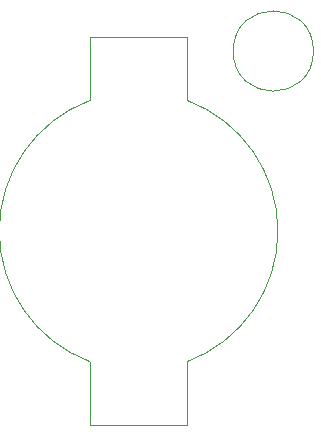
<source format=gbr>
%TF.GenerationSoftware,KiCad,Pcbnew,(5.1.8)-1*%
%TF.CreationDate,2021-08-08T22:25:58+05:30*%
%TF.ProjectId,1st,3173742e-6b69-4636-9164-5f7063625858,rev?*%
%TF.SameCoordinates,Original*%
%TF.FileFunction,Other,User*%
%FSLAX46Y46*%
G04 Gerber Fmt 4.6, Leading zero omitted, Abs format (unit mm)*
G04 Created by KiCad (PCBNEW (5.1.8)-1) date 2021-08-08 22:25:58*
%MOMM*%
%LPD*%
G01*
G04 APERTURE LIST*
%ADD10C,0.050000*%
G04 APERTURE END LIST*
D10*
%TO.C,BT1*%
X44150000Y-97730000D02*
X44150000Y-92340000D01*
X52370000Y-97730000D02*
X44150000Y-97730000D01*
X52370000Y-97730000D02*
X52370000Y-92340000D01*
X52370000Y-64830000D02*
X52370000Y-70220000D01*
X44150000Y-64830000D02*
X52370000Y-64830000D01*
X44150000Y-70220000D02*
X44150000Y-64830000D01*
X44144418Y-92337924D02*
G75*
G02*
X44150000Y-70220000I4115582J11057924D01*
G01*
X52375582Y-70222076D02*
G75*
G02*
X52370000Y-92340000I-4115582J-11057924D01*
G01*
%TO.C,C1*%
X63070000Y-66040000D02*
G75*
G03*
X63070000Y-66040000I-3400000J0D01*
G01*
%TD*%
M02*

</source>
